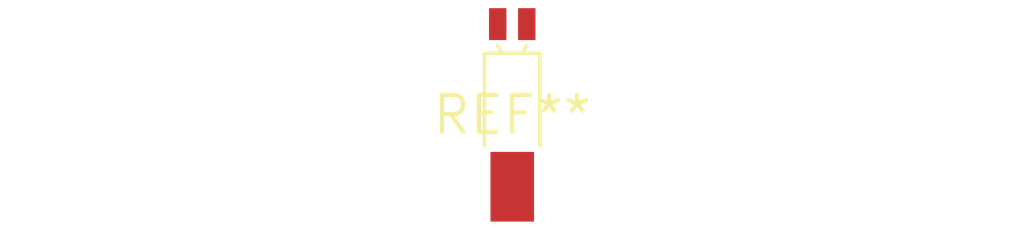
<source format=kicad_pcb>
(kicad_pcb (version 20240108) (generator pcbnew)
  (layers (0 "F.Cu" signal) (31 "B.Cu" signal) (34 "B.Paste" user) (35 "F.Paste" user) (36 "B.SilkS" user "B.Silkscreen") (37 "F.SilkS" user "F.Silkscreen") (38 "B.Mask" user) (39 "F.Mask" user) (44 "Edge.Cuts" user))
  (net 0 "")
  (footprint "Crystal_SMD_MicroCrystal_MS3V-T1R" (layer "F.Cu") (at 0 0)
    (property "Reference" "REF**")
    (property "Value" "Crystal_SMD_MicroCrystal_MS3V-T1R")
    (fp_line (start -0.95 -2.125) (end 0.95 -2.125) (layer "F.SilkS") (stroke (width 0.12)))
    (fp_line (start -0.95 1.075) (end -0.95 -2.125) (layer "F.SilkS") (stroke (width 0.12)))
    (fp_line (start -0.5 -2.375) (end -0.5 -2.375) (layer "F.SilkS") (stroke (width 0.12)))
    (fp_line (start -0.35 -2.125) (end -0.5 -2.375) (layer "F.SilkS") (stroke (width 0.12)))
    (fp_line (start 0.35 -2.125) (end 0.5 -2.375) (layer "F.SilkS") (stroke (width 0.12)))
    (fp_line (start 0.5 -2.375) (end 0.5 -2.375) (layer "F.SilkS") (stroke (width 0.12)))
    (fp_line (start 0.95 -2.125) (end 0.95 1.075) (layer "F.SilkS") (stroke (width 0.12)))
    (pad "1" smd rect (at -0.5 -3.125) (size 0.6 1.1) (layers "F.Cu" "F.Paste" "F.Mask"))
    (pad "2" smd rect (at 0.5 -3.125) (size 0.6 1.1) (layers "F.Cu" "F.Paste" "F.Mask"))
    (pad "3" smd rect (at 0 2.475) (size 1.5 2.4) (layers "F.Cu" "F.Paste" "F.Mask"))
  )
)
</source>
